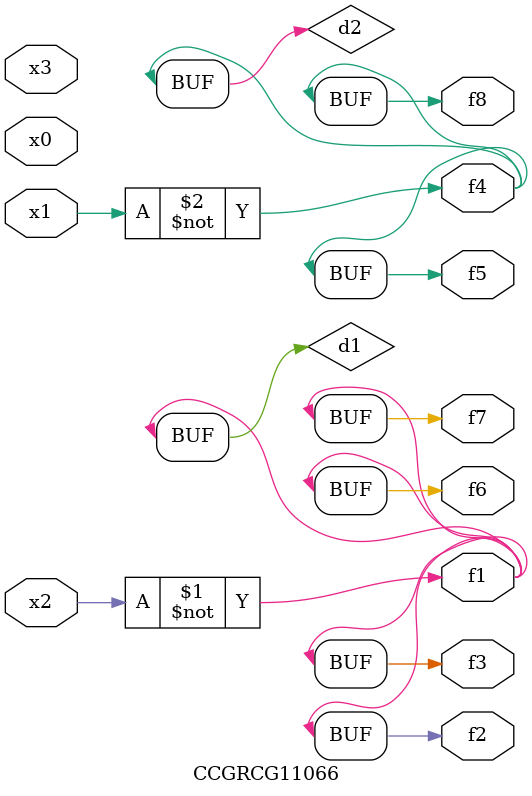
<source format=v>
module CCGRCG11066(
	input x0, x1, x2, x3,
	output f1, f2, f3, f4, f5, f6, f7, f8
);

	wire d1, d2;

	xnor (d1, x2);
	not (d2, x1);
	assign f1 = d1;
	assign f2 = d1;
	assign f3 = d1;
	assign f4 = d2;
	assign f5 = d2;
	assign f6 = d1;
	assign f7 = d1;
	assign f8 = d2;
endmodule

</source>
